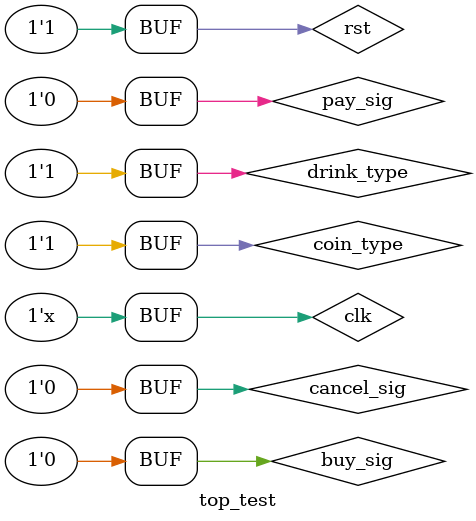
<source format=v>
`timescale 1ns / 1ps
module top_test();
reg clk,rst,buy_sig,pay_sig,coin_type,drink_type,cancel_sig;
wire power_led,hold_led,take_led,charge_led;
wire [7:0]an,seg;
wire [2:0]c_state;
wire not_buy_led,not_pay_led;
top t(clk,rst,buy_sig,pay_sig,coin_type,drink_type,cancel_sig,power_led,hold_led,take_led,charge_led,an,seg,c_state,not_buy_led,not_pay_led);
initial begin
clk<=0;
rst<=1;
buy_sig<=0;
pay_sig<=0;
coin_type<=0;
drink_type<=0;
cancel_sig<=0;
#5 rst=0;
#5 rst=1;
coin_type=0;drink_type=0;
#50 pay_sig=1;#5 pay_sig=0;//Í¶±Ò1Ôª*3´Î
#5 pay_sig=1;#5 pay_sig=0;
#5 pay_sig=1;#5 pay_sig=0;

#10coin_type=1;
#10 pay_sig=1;#5 pay_sig=0;//Í¶±Ò10Ôª
//´ËÊ±Óà¶î23Ôª
#5 buy_sig=1;#5 buy_sig=0;//¹ºÂò2.5ÔªÉÌÆ·
#10drink_type=1;
#20 buy_sig=1;#5 buy_sig=0;//¹ºÂò5ÔªÉÌÆ·
#20 buy_sig=1;#5 buy_sig=0;
#20 buy_sig=1;#5 buy_sig=0;//´ËÊ±Óà¶î²»×ã
#20 cancel_sig=1;//ÍË±Ò
#5 cancel_sig=0;

#50 pay_sig=1;#5 pay_sig=0;//ÖØÆôÏµÍ³
#10 rst=0;
#10 rst=1;
end
always begin
    #1.3 clk=!clk;
end
endmodule

</source>
